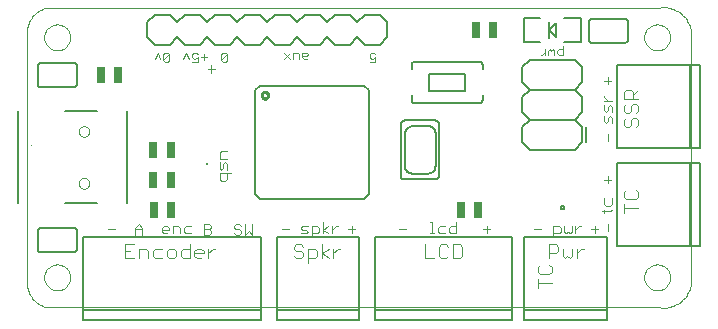
<source format=gto>
G75*
%MOIN*%
%OFA0B0*%
%FSLAX24Y24*%
%IPPOS*%
%LPD*%
%AMOC8*
5,1,8,0,0,1.08239X$1,22.5*
%
%ADD10C,0.0000*%
%ADD11C,0.0040*%
%ADD12C,0.0030*%
%ADD13C,0.0060*%
%ADD14R,0.0256X0.0551*%
%ADD15R,0.0079X0.0079*%
%ADD16C,0.0050*%
%ADD17C,0.0080*%
%ADD18C,0.0100*%
D10*
X002087Y001180D02*
X022383Y001180D01*
X023420Y001967D02*
X023420Y010389D01*
X023411Y010446D01*
X023398Y010502D01*
X023381Y010558D01*
X023361Y010612D01*
X023337Y010665D01*
X023310Y010716D01*
X023280Y010766D01*
X023247Y010813D01*
X023211Y010858D01*
X023173Y010901D01*
X023131Y010942D01*
X023088Y010980D01*
X023042Y011015D01*
X022993Y011047D01*
X022943Y011076D01*
X022891Y011101D01*
X022838Y011124D01*
X022783Y011143D01*
X022728Y011158D01*
X022671Y011170D01*
X022614Y011179D01*
X022556Y011184D01*
X022498Y011185D01*
X022441Y011183D01*
X022383Y011176D01*
X002087Y011176D01*
X002033Y011174D01*
X001980Y011169D01*
X001927Y011160D01*
X001875Y011147D01*
X001823Y011131D01*
X001773Y011111D01*
X001725Y011088D01*
X001678Y011061D01*
X001633Y011032D01*
X001590Y010999D01*
X001550Y010964D01*
X001512Y010926D01*
X001477Y010886D01*
X001444Y010843D01*
X001415Y010798D01*
X001388Y010751D01*
X001365Y010703D01*
X001345Y010653D01*
X001329Y010601D01*
X001316Y010549D01*
X001307Y010496D01*
X001302Y010443D01*
X001300Y010389D01*
X001300Y001967D01*
X001302Y001913D01*
X001307Y001860D01*
X001316Y001807D01*
X001329Y001755D01*
X001345Y001703D01*
X001365Y001653D01*
X001388Y001605D01*
X001415Y001558D01*
X001444Y001513D01*
X001477Y001470D01*
X001512Y001430D01*
X001550Y001392D01*
X001590Y001357D01*
X001633Y001324D01*
X001678Y001295D01*
X001725Y001268D01*
X001773Y001245D01*
X001823Y001225D01*
X001875Y001209D01*
X001927Y001196D01*
X001980Y001187D01*
X002033Y001182D01*
X002087Y001180D01*
X001867Y002180D02*
X001869Y002221D01*
X001875Y002262D01*
X001885Y002302D01*
X001898Y002341D01*
X001915Y002378D01*
X001936Y002414D01*
X001960Y002448D01*
X001987Y002479D01*
X002016Y002507D01*
X002049Y002533D01*
X002083Y002555D01*
X002120Y002574D01*
X002158Y002589D01*
X002198Y002601D01*
X002238Y002609D01*
X002279Y002613D01*
X002321Y002613D01*
X002362Y002609D01*
X002402Y002601D01*
X002442Y002589D01*
X002480Y002574D01*
X002516Y002555D01*
X002551Y002533D01*
X002584Y002507D01*
X002613Y002479D01*
X002640Y002448D01*
X002664Y002414D01*
X002685Y002378D01*
X002702Y002341D01*
X002715Y002302D01*
X002725Y002262D01*
X002731Y002221D01*
X002733Y002180D01*
X002731Y002139D01*
X002725Y002098D01*
X002715Y002058D01*
X002702Y002019D01*
X002685Y001982D01*
X002664Y001946D01*
X002640Y001912D01*
X002613Y001881D01*
X002584Y001853D01*
X002551Y001827D01*
X002517Y001805D01*
X002480Y001786D01*
X002442Y001771D01*
X002402Y001759D01*
X002362Y001751D01*
X002321Y001747D01*
X002279Y001747D01*
X002238Y001751D01*
X002198Y001759D01*
X002158Y001771D01*
X002120Y001786D01*
X002084Y001805D01*
X002049Y001827D01*
X002016Y001853D01*
X001987Y001881D01*
X001960Y001912D01*
X001936Y001946D01*
X001915Y001982D01*
X001898Y002019D01*
X001885Y002058D01*
X001875Y002098D01*
X001869Y002139D01*
X001867Y002180D01*
X003017Y005314D02*
X003019Y005340D01*
X003025Y005366D01*
X003035Y005391D01*
X003048Y005414D01*
X003064Y005434D01*
X003084Y005452D01*
X003106Y005467D01*
X003129Y005479D01*
X003155Y005487D01*
X003181Y005491D01*
X003207Y005491D01*
X003233Y005487D01*
X003259Y005479D01*
X003283Y005467D01*
X003304Y005452D01*
X003324Y005434D01*
X003340Y005414D01*
X003353Y005391D01*
X003363Y005366D01*
X003369Y005340D01*
X003371Y005314D01*
X003369Y005288D01*
X003363Y005262D01*
X003353Y005237D01*
X003340Y005214D01*
X003324Y005194D01*
X003304Y005176D01*
X003282Y005161D01*
X003259Y005149D01*
X003233Y005141D01*
X003207Y005137D01*
X003181Y005137D01*
X003155Y005141D01*
X003129Y005149D01*
X003105Y005161D01*
X003084Y005176D01*
X003064Y005194D01*
X003048Y005214D01*
X003035Y005237D01*
X003025Y005262D01*
X003019Y005288D01*
X003017Y005314D01*
X003017Y007046D02*
X003019Y007072D01*
X003025Y007098D01*
X003035Y007123D01*
X003048Y007146D01*
X003064Y007166D01*
X003084Y007184D01*
X003106Y007199D01*
X003129Y007211D01*
X003155Y007219D01*
X003181Y007223D01*
X003207Y007223D01*
X003233Y007219D01*
X003259Y007211D01*
X003283Y007199D01*
X003304Y007184D01*
X003324Y007166D01*
X003340Y007146D01*
X003353Y007123D01*
X003363Y007098D01*
X003369Y007072D01*
X003371Y007046D01*
X003369Y007020D01*
X003363Y006994D01*
X003353Y006969D01*
X003340Y006946D01*
X003324Y006926D01*
X003304Y006908D01*
X003282Y006893D01*
X003259Y006881D01*
X003233Y006873D01*
X003207Y006869D01*
X003181Y006869D01*
X003155Y006873D01*
X003129Y006881D01*
X003105Y006893D01*
X003084Y006908D01*
X003064Y006926D01*
X003048Y006946D01*
X003035Y006969D01*
X003025Y006994D01*
X003019Y007020D01*
X003017Y007046D01*
X001867Y010180D02*
X001869Y010221D01*
X001875Y010262D01*
X001885Y010302D01*
X001898Y010341D01*
X001915Y010378D01*
X001936Y010414D01*
X001960Y010448D01*
X001987Y010479D01*
X002016Y010507D01*
X002049Y010533D01*
X002083Y010555D01*
X002120Y010574D01*
X002158Y010589D01*
X002198Y010601D01*
X002238Y010609D01*
X002279Y010613D01*
X002321Y010613D01*
X002362Y010609D01*
X002402Y010601D01*
X002442Y010589D01*
X002480Y010574D01*
X002516Y010555D01*
X002551Y010533D01*
X002584Y010507D01*
X002613Y010479D01*
X002640Y010448D01*
X002664Y010414D01*
X002685Y010378D01*
X002702Y010341D01*
X002715Y010302D01*
X002725Y010262D01*
X002731Y010221D01*
X002733Y010180D01*
X002731Y010139D01*
X002725Y010098D01*
X002715Y010058D01*
X002702Y010019D01*
X002685Y009982D01*
X002664Y009946D01*
X002640Y009912D01*
X002613Y009881D01*
X002584Y009853D01*
X002551Y009827D01*
X002517Y009805D01*
X002480Y009786D01*
X002442Y009771D01*
X002402Y009759D01*
X002362Y009751D01*
X002321Y009747D01*
X002279Y009747D01*
X002238Y009751D01*
X002198Y009759D01*
X002158Y009771D01*
X002120Y009786D01*
X002084Y009805D01*
X002049Y009827D01*
X002016Y009853D01*
X001987Y009881D01*
X001960Y009912D01*
X001936Y009946D01*
X001915Y009982D01*
X001898Y010019D01*
X001885Y010058D01*
X001875Y010098D01*
X001869Y010139D01*
X001867Y010180D01*
X021867Y010180D02*
X021869Y010221D01*
X021875Y010262D01*
X021885Y010302D01*
X021898Y010341D01*
X021915Y010378D01*
X021936Y010414D01*
X021960Y010448D01*
X021987Y010479D01*
X022016Y010507D01*
X022049Y010533D01*
X022083Y010555D01*
X022120Y010574D01*
X022158Y010589D01*
X022198Y010601D01*
X022238Y010609D01*
X022279Y010613D01*
X022321Y010613D01*
X022362Y010609D01*
X022402Y010601D01*
X022442Y010589D01*
X022480Y010574D01*
X022516Y010555D01*
X022551Y010533D01*
X022584Y010507D01*
X022613Y010479D01*
X022640Y010448D01*
X022664Y010414D01*
X022685Y010378D01*
X022702Y010341D01*
X022715Y010302D01*
X022725Y010262D01*
X022731Y010221D01*
X022733Y010180D01*
X022731Y010139D01*
X022725Y010098D01*
X022715Y010058D01*
X022702Y010019D01*
X022685Y009982D01*
X022664Y009946D01*
X022640Y009912D01*
X022613Y009881D01*
X022584Y009853D01*
X022551Y009827D01*
X022517Y009805D01*
X022480Y009786D01*
X022442Y009771D01*
X022402Y009759D01*
X022362Y009751D01*
X022321Y009747D01*
X022279Y009747D01*
X022238Y009751D01*
X022198Y009759D01*
X022158Y009771D01*
X022120Y009786D01*
X022084Y009805D01*
X022049Y009827D01*
X022016Y009853D01*
X021987Y009881D01*
X021960Y009912D01*
X021936Y009946D01*
X021915Y009982D01*
X021898Y010019D01*
X021885Y010058D01*
X021875Y010098D01*
X021869Y010139D01*
X021867Y010180D01*
X021867Y002180D02*
X021869Y002221D01*
X021875Y002262D01*
X021885Y002302D01*
X021898Y002341D01*
X021915Y002378D01*
X021936Y002414D01*
X021960Y002448D01*
X021987Y002479D01*
X022016Y002507D01*
X022049Y002533D01*
X022083Y002555D01*
X022120Y002574D01*
X022158Y002589D01*
X022198Y002601D01*
X022238Y002609D01*
X022279Y002613D01*
X022321Y002613D01*
X022362Y002609D01*
X022402Y002601D01*
X022442Y002589D01*
X022480Y002574D01*
X022516Y002555D01*
X022551Y002533D01*
X022584Y002507D01*
X022613Y002479D01*
X022640Y002448D01*
X022664Y002414D01*
X022685Y002378D01*
X022702Y002341D01*
X022715Y002302D01*
X022725Y002262D01*
X022731Y002221D01*
X022733Y002180D01*
X022731Y002139D01*
X022725Y002098D01*
X022715Y002058D01*
X022702Y002019D01*
X022685Y001982D01*
X022664Y001946D01*
X022640Y001912D01*
X022613Y001881D01*
X022584Y001853D01*
X022551Y001827D01*
X022517Y001805D01*
X022480Y001786D01*
X022442Y001771D01*
X022402Y001759D01*
X022362Y001751D01*
X022321Y001747D01*
X022279Y001747D01*
X022238Y001751D01*
X022198Y001759D01*
X022158Y001771D01*
X022120Y001786D01*
X022084Y001805D01*
X022049Y001827D01*
X022016Y001853D01*
X021987Y001881D01*
X021960Y001912D01*
X021936Y001946D01*
X021915Y001982D01*
X021898Y002019D01*
X021885Y002058D01*
X021875Y002098D01*
X021869Y002139D01*
X021867Y002180D01*
X022383Y001180D02*
X022441Y001173D01*
X022498Y001171D01*
X022556Y001172D01*
X022614Y001177D01*
X022671Y001186D01*
X022728Y001198D01*
X022783Y001213D01*
X022838Y001232D01*
X022891Y001255D01*
X022943Y001280D01*
X022993Y001309D01*
X023042Y001341D01*
X023088Y001376D01*
X023131Y001414D01*
X023173Y001455D01*
X023211Y001498D01*
X023247Y001543D01*
X023280Y001590D01*
X023310Y001640D01*
X023337Y001691D01*
X023361Y001744D01*
X023381Y001798D01*
X023398Y001854D01*
X023411Y001910D01*
X023420Y001967D01*
D11*
X019846Y003132D02*
X019769Y003132D01*
X019616Y002978D01*
X019616Y002825D02*
X019616Y003132D01*
X019462Y003132D02*
X019462Y002902D01*
X019386Y002825D01*
X019309Y002902D01*
X019232Y002825D01*
X019155Y002902D01*
X019155Y003132D01*
X019002Y003209D02*
X018925Y003285D01*
X018695Y003285D01*
X018695Y002825D01*
X018695Y002978D02*
X018925Y002978D01*
X019002Y003055D01*
X019002Y003209D01*
X018703Y002592D02*
X018780Y002516D01*
X018780Y002362D01*
X018703Y002285D01*
X018396Y002285D01*
X018320Y002362D01*
X018320Y002516D01*
X018396Y002592D01*
X018320Y002132D02*
X018320Y001825D01*
X018320Y001978D02*
X018780Y001978D01*
X015798Y002902D02*
X015798Y003209D01*
X015721Y003285D01*
X015491Y003285D01*
X015491Y002825D01*
X015721Y002825D01*
X015798Y002902D01*
X015337Y002902D02*
X015261Y002825D01*
X015107Y002825D01*
X015030Y002902D01*
X015030Y003209D01*
X015107Y003285D01*
X015261Y003285D01*
X015337Y003209D01*
X014877Y002825D02*
X014570Y002825D01*
X014570Y003285D01*
X011730Y003132D02*
X011653Y003132D01*
X011499Y002978D01*
X011499Y002825D02*
X011499Y003132D01*
X011346Y003132D02*
X011116Y002978D01*
X011346Y002825D01*
X011116Y002825D02*
X011116Y003285D01*
X010886Y003132D02*
X010962Y003055D01*
X010962Y002902D01*
X010886Y002825D01*
X010655Y002825D01*
X010655Y002672D02*
X010655Y003132D01*
X010886Y003132D01*
X010502Y003209D02*
X010425Y003285D01*
X010272Y003285D01*
X010195Y003209D01*
X010195Y003132D01*
X010272Y003055D01*
X010425Y003055D01*
X010502Y002978D01*
X010502Y002902D01*
X010425Y002825D01*
X010272Y002825D01*
X010195Y002902D01*
X007563Y003132D02*
X007486Y003132D01*
X007332Y002978D01*
X007332Y002825D02*
X007332Y003132D01*
X007179Y003055D02*
X007179Y002978D01*
X006872Y002978D01*
X006872Y002902D02*
X006872Y003055D01*
X006949Y003132D01*
X007102Y003132D01*
X007179Y003055D01*
X007102Y002825D02*
X006949Y002825D01*
X006872Y002902D01*
X006718Y002825D02*
X006488Y002825D01*
X006412Y002902D01*
X006412Y003055D01*
X006488Y003132D01*
X006718Y003132D01*
X006718Y003285D02*
X006718Y002825D01*
X006258Y002902D02*
X006258Y003055D01*
X006181Y003132D01*
X006028Y003132D01*
X005951Y003055D01*
X005951Y002902D01*
X006028Y002825D01*
X006181Y002825D01*
X006258Y002902D01*
X005798Y002825D02*
X005568Y002825D01*
X005491Y002902D01*
X005491Y003055D01*
X005568Y003132D01*
X005798Y003132D01*
X005337Y003055D02*
X005337Y002825D01*
X005337Y003055D02*
X005261Y003132D01*
X005030Y003132D01*
X005030Y002825D01*
X004877Y002825D02*
X004570Y002825D01*
X004570Y003285D01*
X004877Y003285D01*
X004723Y003055D02*
X004570Y003055D01*
X001420Y006589D02*
X001420Y006589D01*
X021195Y007277D02*
X021271Y007200D01*
X021348Y007200D01*
X021425Y007277D01*
X021425Y007430D01*
X021502Y007507D01*
X021578Y007507D01*
X021655Y007430D01*
X021655Y007277D01*
X021578Y007200D01*
X021195Y007277D02*
X021195Y007430D01*
X021271Y007507D01*
X021271Y007660D02*
X021195Y007737D01*
X021195Y007891D01*
X021271Y007967D01*
X021195Y008121D02*
X021195Y008351D01*
X021271Y008428D01*
X021425Y008428D01*
X021502Y008351D01*
X021502Y008121D01*
X021655Y008121D02*
X021195Y008121D01*
X021425Y007891D02*
X021502Y007967D01*
X021578Y007967D01*
X021655Y007891D01*
X021655Y007737D01*
X021578Y007660D01*
X021425Y007737D02*
X021425Y007891D01*
X021425Y007737D02*
X021348Y007660D01*
X021271Y007660D01*
X021502Y008274D02*
X021655Y008428D01*
X021578Y005092D02*
X021655Y005016D01*
X021655Y004862D01*
X021578Y004785D01*
X021271Y004785D01*
X021195Y004862D01*
X021195Y005016D01*
X021271Y005092D01*
X021195Y004632D02*
X021195Y004325D01*
X021195Y004478D02*
X021655Y004478D01*
D12*
X020785Y004443D02*
X020723Y004382D01*
X020476Y004382D01*
X020538Y004443D02*
X020538Y004320D01*
X020600Y004566D02*
X020723Y004566D01*
X020785Y004627D01*
X020785Y004812D01*
X020538Y004812D02*
X020538Y004627D01*
X020600Y004566D01*
X020650Y003967D02*
X020650Y003720D01*
X020337Y003780D02*
X020090Y003780D01*
X020213Y003657D02*
X020213Y003904D01*
X019762Y003892D02*
X019700Y003892D01*
X019577Y003768D01*
X019577Y003645D02*
X019577Y003892D01*
X019455Y003892D02*
X019455Y003707D01*
X019393Y003645D01*
X019332Y003707D01*
X019270Y003645D01*
X019208Y003707D01*
X019208Y003892D01*
X019087Y003830D02*
X019087Y003707D01*
X019025Y003645D01*
X018840Y003645D01*
X018840Y003522D02*
X018840Y003892D01*
X019025Y003892D01*
X019087Y003830D01*
X018437Y003780D02*
X018190Y003780D01*
X016737Y003780D02*
X016490Y003780D01*
X016613Y003657D02*
X016613Y003904D01*
X015601Y003892D02*
X015416Y003892D01*
X015354Y003830D01*
X015354Y003707D01*
X015416Y003645D01*
X015601Y003645D01*
X015601Y004015D01*
X015232Y003892D02*
X015047Y003892D01*
X014986Y003830D01*
X014986Y003707D01*
X015047Y003645D01*
X015232Y003645D01*
X014863Y003645D02*
X014740Y003645D01*
X014802Y003645D02*
X014802Y004015D01*
X014740Y004015D01*
X013937Y003780D02*
X013690Y003780D01*
X012237Y003780D02*
X011990Y003780D01*
X012113Y003657D02*
X012113Y003904D01*
X011644Y003892D02*
X011582Y003892D01*
X011459Y003768D01*
X011459Y003645D02*
X011459Y003892D01*
X011337Y003892D02*
X011152Y003768D01*
X011337Y003645D01*
X011152Y003645D02*
X011152Y004015D01*
X010968Y003892D02*
X011030Y003830D01*
X011030Y003707D01*
X010968Y003645D01*
X010783Y003645D01*
X010783Y003522D02*
X010783Y003892D01*
X010968Y003892D01*
X010662Y003892D02*
X010477Y003892D01*
X010415Y003830D01*
X010477Y003768D01*
X010600Y003768D01*
X010662Y003707D01*
X010600Y003645D01*
X010415Y003645D01*
X010037Y003780D02*
X009790Y003780D01*
X008805Y003595D02*
X008805Y003965D01*
X008558Y003965D02*
X008558Y003595D01*
X008682Y003718D01*
X008805Y003595D01*
X008437Y003657D02*
X008375Y003595D01*
X008252Y003595D01*
X008190Y003657D01*
X008252Y003780D02*
X008190Y003842D01*
X008190Y003904D01*
X008252Y003965D01*
X008375Y003965D01*
X008437Y003904D01*
X008375Y003780D02*
X008437Y003718D01*
X008437Y003657D01*
X008375Y003780D02*
X008252Y003780D01*
X007437Y003718D02*
X007437Y003657D01*
X007375Y003595D01*
X007190Y003595D01*
X007190Y003965D01*
X007375Y003965D01*
X007437Y003904D01*
X007437Y003842D01*
X007375Y003780D01*
X007190Y003780D01*
X007375Y003780D02*
X007437Y003718D01*
X006774Y003645D02*
X006588Y003645D01*
X006527Y003707D01*
X006527Y003830D01*
X006588Y003892D01*
X006774Y003892D01*
X006405Y003830D02*
X006405Y003645D01*
X006405Y003830D02*
X006343Y003892D01*
X006158Y003892D01*
X006158Y003645D01*
X006037Y003768D02*
X005790Y003768D01*
X005790Y003707D02*
X005790Y003830D01*
X005852Y003892D01*
X005975Y003892D01*
X006037Y003830D01*
X006037Y003768D01*
X005975Y003645D02*
X005852Y003645D01*
X005790Y003707D01*
X005137Y003780D02*
X004890Y003780D01*
X004890Y003842D02*
X005013Y003965D01*
X005137Y003842D01*
X005137Y003595D01*
X004890Y003595D02*
X004890Y003842D01*
X004237Y003780D02*
X003990Y003780D01*
X007715Y005468D02*
X007777Y005406D01*
X007900Y005406D01*
X007962Y005468D01*
X007962Y005653D01*
X007962Y005775D02*
X007962Y005960D01*
X007900Y006022D01*
X007838Y005960D01*
X007838Y005837D01*
X007777Y005775D01*
X007715Y005837D01*
X007715Y006022D01*
X007715Y006143D02*
X007962Y006143D01*
X007715Y006143D02*
X007715Y006328D01*
X007777Y006390D01*
X007962Y006390D01*
X008085Y005653D02*
X007715Y005653D01*
X007715Y005468D01*
X007438Y009007D02*
X007438Y009254D01*
X007315Y009130D02*
X007562Y009130D01*
X007819Y009375D02*
X007770Y009423D01*
X007964Y009617D01*
X007964Y009423D01*
X007915Y009375D01*
X007819Y009375D01*
X007770Y009423D02*
X007770Y009617D01*
X007819Y009665D01*
X007915Y009665D01*
X007964Y009617D01*
X007285Y009520D02*
X007092Y009520D01*
X006990Y009520D02*
X006990Y009375D01*
X006797Y009375D01*
X006845Y009472D02*
X006797Y009520D01*
X006797Y009617D01*
X006845Y009665D01*
X006942Y009665D01*
X006990Y009617D01*
X006990Y009520D02*
X006894Y009472D01*
X006845Y009472D01*
X006696Y009472D02*
X006599Y009665D01*
X006502Y009472D01*
X006035Y009423D02*
X005987Y009375D01*
X005890Y009375D01*
X005842Y009423D01*
X006035Y009617D01*
X005987Y009665D01*
X005890Y009665D01*
X005842Y009617D01*
X005842Y009423D01*
X005740Y009472D02*
X005644Y009665D01*
X005547Y009472D01*
X006035Y009423D02*
X006035Y009617D01*
X007188Y009617D02*
X007188Y009423D01*
X009877Y009472D02*
X010071Y009665D01*
X010172Y009665D02*
X010172Y009472D01*
X010071Y009472D02*
X009877Y009665D01*
X010172Y009665D02*
X010317Y009665D01*
X010365Y009617D01*
X010365Y009472D01*
X010467Y009520D02*
X010467Y009665D01*
X010612Y009665D01*
X010660Y009617D01*
X010612Y009568D01*
X010467Y009568D01*
X010467Y009520D02*
X010515Y009472D01*
X010612Y009472D01*
X012717Y009520D02*
X012717Y009617D01*
X012765Y009665D01*
X012862Y009665D01*
X012910Y009617D01*
X012910Y009520D02*
X012813Y009472D01*
X012765Y009472D01*
X012717Y009520D01*
X012717Y009375D02*
X012910Y009375D01*
X012910Y009520D01*
X018426Y009597D02*
X018474Y009597D01*
X018571Y009693D01*
X018571Y009597D02*
X018571Y009790D01*
X018672Y009742D02*
X018672Y009597D01*
X018865Y009597D02*
X018865Y009742D01*
X018817Y009790D01*
X018769Y009742D01*
X018720Y009790D01*
X018672Y009742D01*
X018967Y009742D02*
X018967Y009645D01*
X019015Y009597D01*
X019160Y009597D01*
X019160Y009887D01*
X019160Y009790D02*
X019015Y009790D01*
X018967Y009742D01*
X020650Y008867D02*
X020650Y008620D01*
X020773Y008743D02*
X020526Y008743D01*
X020538Y008242D02*
X020538Y008180D01*
X020662Y008057D01*
X020785Y008057D02*
X020538Y008057D01*
X020538Y007935D02*
X020538Y007750D01*
X020600Y007688D01*
X020662Y007750D01*
X020662Y007873D01*
X020723Y007935D01*
X020785Y007873D01*
X020785Y007688D01*
X020723Y007567D02*
X020662Y007505D01*
X020662Y007382D01*
X020600Y007320D01*
X020538Y007382D01*
X020538Y007567D01*
X020723Y007567D02*
X020785Y007505D01*
X020785Y007320D01*
X020650Y006967D02*
X020650Y006720D01*
X020650Y005567D02*
X020650Y005320D01*
X020773Y005443D02*
X020526Y005443D01*
D13*
X019187Y004567D02*
X019187Y004460D01*
X019080Y004460D01*
X019080Y004567D01*
X019187Y004567D01*
X020122Y010008D02*
X021222Y010008D01*
X021239Y010010D01*
X021256Y010014D01*
X021272Y010021D01*
X021286Y010031D01*
X021299Y010044D01*
X021309Y010058D01*
X021316Y010074D01*
X021320Y010091D01*
X021322Y010108D01*
X021322Y010708D01*
X021320Y010725D01*
X021316Y010742D01*
X021309Y010758D01*
X021299Y010772D01*
X021286Y010785D01*
X021272Y010795D01*
X021256Y010802D01*
X021239Y010806D01*
X021222Y010808D01*
X020122Y010808D01*
X020105Y010806D01*
X020088Y010802D01*
X020072Y010795D01*
X020058Y010785D01*
X020045Y010772D01*
X020035Y010758D01*
X020028Y010742D01*
X020024Y010725D01*
X020022Y010708D01*
X020022Y010108D01*
X020024Y010091D01*
X020028Y010074D01*
X020035Y010058D01*
X020045Y010044D01*
X020058Y010031D01*
X020072Y010021D01*
X020088Y010014D01*
X020105Y010010D01*
X020122Y010008D01*
X002950Y009230D02*
X002950Y008630D01*
X002948Y008613D01*
X002944Y008596D01*
X002937Y008580D01*
X002927Y008566D01*
X002914Y008553D01*
X002900Y008543D01*
X002884Y008536D01*
X002867Y008532D01*
X002850Y008530D01*
X001750Y008530D01*
X001733Y008532D01*
X001716Y008536D01*
X001700Y008543D01*
X001686Y008553D01*
X001673Y008566D01*
X001663Y008580D01*
X001656Y008596D01*
X001652Y008613D01*
X001650Y008630D01*
X001650Y009230D01*
X001652Y009247D01*
X001656Y009264D01*
X001663Y009280D01*
X001673Y009294D01*
X001686Y009307D01*
X001700Y009317D01*
X001716Y009324D01*
X001733Y009328D01*
X001750Y009330D01*
X002850Y009330D01*
X002867Y009328D01*
X002884Y009324D01*
X002900Y009317D01*
X002914Y009307D01*
X002927Y009294D01*
X002937Y009280D01*
X002944Y009264D01*
X002948Y009247D01*
X002950Y009230D01*
X002850Y003830D02*
X001750Y003830D01*
X001733Y003828D01*
X001716Y003824D01*
X001700Y003817D01*
X001686Y003807D01*
X001673Y003794D01*
X001663Y003780D01*
X001656Y003764D01*
X001652Y003747D01*
X001650Y003730D01*
X001650Y003130D01*
X001652Y003113D01*
X001656Y003096D01*
X001663Y003080D01*
X001673Y003066D01*
X001686Y003053D01*
X001700Y003043D01*
X001716Y003036D01*
X001733Y003032D01*
X001750Y003030D01*
X002850Y003030D01*
X002867Y003032D01*
X002884Y003036D01*
X002900Y003043D01*
X002914Y003053D01*
X002927Y003066D01*
X002937Y003080D01*
X002944Y003096D01*
X002948Y003113D01*
X002950Y003130D01*
X002950Y003730D01*
X002948Y003747D01*
X002944Y003764D01*
X002937Y003780D01*
X002927Y003794D01*
X002914Y003807D01*
X002900Y003817D01*
X002884Y003824D01*
X002867Y003828D01*
X002850Y003830D01*
D14*
X005512Y004429D03*
X006092Y004429D03*
X006088Y005431D03*
X005508Y005431D03*
X005508Y006431D03*
X006088Y006431D03*
X004342Y008929D03*
X003762Y008929D03*
X015758Y004431D03*
X016338Y004431D03*
X016262Y010429D03*
X016842Y010429D03*
D15*
X007300Y005969D03*
D16*
X004611Y005353D02*
X004611Y004920D01*
X004611Y004645D02*
X004611Y007715D01*
X004611Y007440D02*
X004611Y007007D01*
X003627Y007715D02*
X002564Y007715D01*
X000989Y007715D02*
X000989Y004645D01*
X002564Y004645D02*
X003627Y004645D01*
X013770Y005534D02*
X013770Y007290D01*
X013771Y007290D02*
X013773Y007309D01*
X013777Y007328D01*
X013785Y007346D01*
X013795Y007363D01*
X013807Y007378D01*
X013822Y007390D01*
X013839Y007400D01*
X013857Y007408D01*
X013876Y007412D01*
X013895Y007414D01*
X014879Y007414D01*
X014900Y007415D01*
X014921Y007413D01*
X014941Y007408D01*
X014960Y007400D01*
X014977Y007389D01*
X014993Y007376D01*
X015006Y007360D01*
X015017Y007342D01*
X015025Y007323D01*
X015030Y007303D01*
X015030Y005557D01*
X015025Y005537D01*
X015017Y005518D01*
X015006Y005500D01*
X014993Y005484D01*
X014977Y005471D01*
X014960Y005460D01*
X014941Y005452D01*
X014921Y005447D01*
X014900Y005445D01*
X014879Y005446D01*
X013858Y005446D01*
X013841Y005448D01*
X013824Y005453D01*
X013809Y005461D01*
X013796Y005472D01*
X013785Y005485D01*
X013777Y005500D01*
X013772Y005517D01*
X013770Y005534D01*
X014124Y005643D02*
X014676Y005643D01*
X014706Y005647D01*
X014736Y005655D01*
X014765Y005666D01*
X014793Y005681D01*
X014818Y005699D01*
X014841Y005720D01*
X014861Y005744D01*
X014878Y005770D01*
X014892Y005797D01*
X014903Y005827D01*
X014910Y005857D01*
X014913Y005888D01*
X014912Y005919D01*
X014912Y005918D02*
X014912Y006981D01*
X014911Y006981D02*
X014912Y007010D01*
X014909Y007038D01*
X014902Y007066D01*
X014892Y007092D01*
X014878Y007117D01*
X014862Y007140D01*
X014842Y007160D01*
X014820Y007178D01*
X014796Y007193D01*
X014770Y007205D01*
X014743Y007213D01*
X014715Y007217D01*
X014164Y007217D01*
X014133Y007218D01*
X014102Y007215D01*
X014072Y007208D01*
X014042Y007197D01*
X014015Y007183D01*
X013989Y007166D01*
X013965Y007146D01*
X013944Y007123D01*
X013926Y007098D01*
X013911Y007070D01*
X013900Y007042D01*
X013892Y007012D01*
X013888Y006981D01*
X013888Y005879D01*
X013890Y005851D01*
X013895Y005823D01*
X013903Y005795D01*
X013915Y005769D01*
X013930Y005745D01*
X013947Y005723D01*
X013968Y005702D01*
X013990Y005685D01*
X014014Y005670D01*
X014040Y005658D01*
X014068Y005650D01*
X014096Y005645D01*
X014124Y005643D01*
X014217Y007991D02*
X016343Y007991D01*
X016364Y007989D01*
X016385Y007991D01*
X016405Y007997D01*
X016424Y008006D01*
X016441Y008018D01*
X016456Y008033D01*
X016467Y008050D01*
X016476Y008069D01*
X016481Y008089D01*
X016481Y008247D01*
X015891Y008385D02*
X015891Y008975D01*
X014709Y008975D01*
X014709Y008385D01*
X015891Y008385D01*
X016481Y009113D02*
X016481Y009271D01*
X016480Y009288D01*
X016475Y009305D01*
X016468Y009320D01*
X016458Y009334D01*
X016446Y009346D01*
X016432Y009356D01*
X016417Y009363D01*
X016400Y009368D01*
X016383Y009369D01*
X014217Y009369D01*
X014200Y009368D01*
X014183Y009363D01*
X014168Y009356D01*
X014154Y009346D01*
X014142Y009334D01*
X014132Y009320D01*
X014125Y009305D01*
X014120Y009288D01*
X014119Y009271D01*
X014119Y009113D01*
X014119Y008247D02*
X014119Y008089D01*
X014120Y008072D01*
X014125Y008055D01*
X014132Y008040D01*
X014142Y008026D01*
X014154Y008014D01*
X014168Y008004D01*
X014183Y007997D01*
X014200Y007992D01*
X014217Y007991D01*
D17*
X012690Y008412D02*
X012690Y004948D01*
X012532Y004790D01*
X009068Y004790D01*
X008910Y004948D01*
X008910Y008412D01*
X009068Y008570D01*
X012532Y008570D01*
X012690Y008412D01*
X012550Y009930D02*
X013050Y009930D01*
X013300Y010180D01*
X013300Y010680D01*
X013050Y010930D01*
X012550Y010930D01*
X012300Y010680D01*
X012050Y010930D01*
X011550Y010930D01*
X011300Y010680D01*
X011050Y010930D01*
X010550Y010930D01*
X010300Y010680D01*
X010050Y010930D01*
X009550Y010930D01*
X009300Y010680D01*
X009050Y010930D01*
X008550Y010930D01*
X008300Y010680D01*
X008050Y010930D01*
X007550Y010930D01*
X007300Y010680D01*
X007050Y010930D01*
X006550Y010930D01*
X006300Y010680D01*
X006050Y010930D01*
X005550Y010930D01*
X005300Y010680D01*
X005300Y010180D01*
X005550Y009930D01*
X006050Y009930D01*
X006300Y010180D01*
X006550Y009930D01*
X007050Y009930D01*
X007300Y010180D01*
X007550Y009930D01*
X008050Y009930D01*
X008300Y010180D01*
X008550Y009930D01*
X009050Y009930D01*
X009300Y010180D01*
X009550Y009930D01*
X010050Y009930D01*
X010300Y010180D01*
X010550Y009930D01*
X011050Y009930D01*
X011300Y010180D01*
X011550Y009930D01*
X012050Y009930D01*
X012300Y010180D01*
X012550Y009930D01*
X017800Y009180D02*
X017800Y008680D01*
X018050Y008430D01*
X019550Y008430D01*
X019800Y008680D01*
X019800Y009180D01*
X019550Y009430D01*
X018050Y009430D01*
X017800Y009180D01*
X018050Y008430D02*
X017800Y008180D01*
X017800Y007680D01*
X018050Y007430D01*
X019550Y007430D01*
X019800Y007680D01*
X019800Y008180D01*
X019550Y008430D01*
X020961Y009247D02*
X023402Y009247D01*
X023402Y006491D01*
X020961Y006491D01*
X020961Y009247D01*
X019745Y010036D02*
X019745Y010824D01*
X019194Y010824D01*
X018918Y010666D02*
X018682Y010430D01*
X018918Y010194D01*
X018918Y010666D01*
X018682Y010706D02*
X018682Y010430D01*
X018682Y010154D01*
X018406Y010036D02*
X017855Y010036D01*
X017855Y010824D01*
X018406Y010824D01*
X019194Y010036D02*
X019745Y010036D01*
X023402Y009247D02*
X023717Y009247D01*
X023717Y006491D01*
X023402Y006491D01*
X023402Y005997D02*
X023402Y003241D01*
X020961Y003241D01*
X020961Y005997D01*
X023402Y005997D01*
X023717Y005997D01*
X023717Y003241D01*
X023402Y003241D01*
X020617Y003519D02*
X020617Y001078D01*
X017861Y001078D01*
X017861Y003519D01*
X020617Y003519D01*
X017461Y003519D02*
X017461Y001078D01*
X012894Y001078D01*
X012894Y003519D01*
X017461Y003519D01*
X017461Y001078D02*
X017461Y000763D01*
X012894Y000763D01*
X012894Y001078D01*
X012367Y001078D02*
X012367Y000763D01*
X009611Y000763D01*
X009611Y001078D01*
X012367Y001078D01*
X012367Y003519D01*
X009611Y003519D01*
X009611Y001078D01*
X009089Y001078D02*
X009089Y000763D01*
X003144Y000763D01*
X003144Y001078D01*
X009089Y001078D01*
X009089Y003519D01*
X003144Y003519D01*
X003144Y001078D01*
X017861Y001078D02*
X017861Y000763D01*
X020617Y000763D01*
X020617Y001078D01*
X019550Y006430D02*
X018050Y006430D01*
X017800Y006680D01*
X017800Y007180D01*
X018050Y007430D01*
X019550Y007430D02*
X019800Y007180D01*
X019800Y006680D01*
X019550Y006430D01*
X019932Y006680D02*
X019932Y007180D01*
D18*
X009114Y008255D02*
X009116Y008275D01*
X009121Y008295D01*
X009131Y008313D01*
X009143Y008330D01*
X009158Y008344D01*
X009176Y008354D01*
X009195Y008362D01*
X009215Y008366D01*
X009235Y008366D01*
X009255Y008362D01*
X009274Y008354D01*
X009292Y008344D01*
X009307Y008330D01*
X009319Y008313D01*
X009329Y008295D01*
X009334Y008275D01*
X009336Y008255D01*
X009334Y008235D01*
X009329Y008215D01*
X009319Y008197D01*
X009307Y008180D01*
X009292Y008166D01*
X009274Y008156D01*
X009255Y008148D01*
X009235Y008144D01*
X009215Y008144D01*
X009195Y008148D01*
X009176Y008156D01*
X009158Y008166D01*
X009143Y008180D01*
X009131Y008197D01*
X009121Y008215D01*
X009116Y008235D01*
X009114Y008255D01*
M02*

</source>
